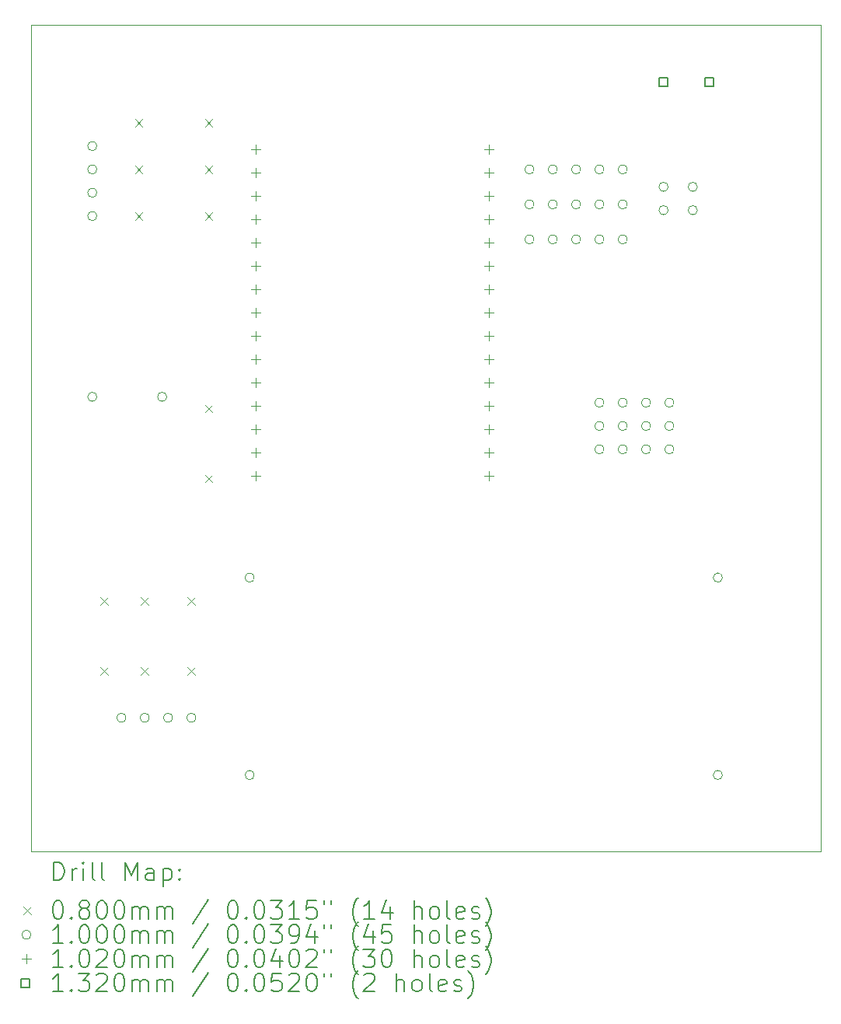
<source format=gbr>
%TF.GenerationSoftware,KiCad,Pcbnew,7.0.1*%
%TF.CreationDate,2024-01-15T22:42:35+05:30*%
%TF.ProjectId,hologlyph bot circuit,686f6c6f-676c-4797-9068-20626f742063,rev?*%
%TF.SameCoordinates,Original*%
%TF.FileFunction,Drillmap*%
%TF.FilePolarity,Positive*%
%FSLAX45Y45*%
G04 Gerber Fmt 4.5, Leading zero omitted, Abs format (unit mm)*
G04 Created by KiCad (PCBNEW 7.0.1) date 2024-01-15 22:42:35*
%MOMM*%
%LPD*%
G01*
G04 APERTURE LIST*
%ADD10C,0.100000*%
%ADD11C,0.200000*%
%ADD12C,0.080000*%
%ADD13C,0.102000*%
%ADD14C,0.132000*%
G04 APERTURE END LIST*
D10*
X8291000Y-4013000D02*
X16891000Y-4013000D01*
X16891000Y-13013000D01*
X8291000Y-13013000D01*
X8291000Y-4013000D01*
D11*
D12*
X9043000Y-10247000D02*
X9123000Y-10327000D01*
X9123000Y-10247000D02*
X9043000Y-10327000D01*
X9043000Y-11009000D02*
X9123000Y-11089000D01*
X9123000Y-11009000D02*
X9043000Y-11089000D01*
X9421500Y-5040000D02*
X9501500Y-5120000D01*
X9501500Y-5040000D02*
X9421500Y-5120000D01*
X9421500Y-5548000D02*
X9501500Y-5628000D01*
X9501500Y-5548000D02*
X9421500Y-5628000D01*
X9421500Y-6056000D02*
X9501500Y-6136000D01*
X9501500Y-6056000D02*
X9421500Y-6136000D01*
X9485000Y-10247000D02*
X9565000Y-10327000D01*
X9565000Y-10247000D02*
X9485000Y-10327000D01*
X9485000Y-11009000D02*
X9565000Y-11089000D01*
X9565000Y-11009000D02*
X9485000Y-11089000D01*
X9993000Y-10247000D02*
X10073000Y-10327000D01*
X10073000Y-10247000D02*
X9993000Y-10327000D01*
X9993000Y-11009000D02*
X10073000Y-11089000D01*
X10073000Y-11009000D02*
X9993000Y-11089000D01*
X10183500Y-5040000D02*
X10263500Y-5120000D01*
X10263500Y-5040000D02*
X10183500Y-5120000D01*
X10183500Y-5548000D02*
X10263500Y-5628000D01*
X10263500Y-5548000D02*
X10183500Y-5628000D01*
X10183500Y-6056000D02*
X10263500Y-6136000D01*
X10263500Y-6056000D02*
X10183500Y-6136000D01*
X10183500Y-8151500D02*
X10263500Y-8231500D01*
X10263500Y-8151500D02*
X10183500Y-8231500D01*
X10183500Y-8913500D02*
X10263500Y-8993500D01*
X10263500Y-8913500D02*
X10183500Y-8993500D01*
D10*
X9003500Y-5334000D02*
G75*
G03*
X9003500Y-5334000I-50000J0D01*
G01*
X9003500Y-5588000D02*
G75*
G03*
X9003500Y-5588000I-50000J0D01*
G01*
X9003500Y-5842000D02*
G75*
G03*
X9003500Y-5842000I-50000J0D01*
G01*
X9003500Y-6096000D02*
G75*
G03*
X9003500Y-6096000I-50000J0D01*
G01*
X9004500Y-8064500D02*
G75*
G03*
X9004500Y-8064500I-50000J0D01*
G01*
X9321000Y-11559500D02*
G75*
G03*
X9321000Y-11559500I-50000J0D01*
G01*
X9575000Y-11559500D02*
G75*
G03*
X9575000Y-11559500I-50000J0D01*
G01*
X9764500Y-8064500D02*
G75*
G03*
X9764500Y-8064500I-50000J0D01*
G01*
X9829000Y-11559500D02*
G75*
G03*
X9829000Y-11559500I-50000J0D01*
G01*
X10083000Y-11559500D02*
G75*
G03*
X10083000Y-11559500I-50000J0D01*
G01*
X10718000Y-10033000D02*
G75*
G03*
X10718000Y-10033000I-50000J0D01*
G01*
X10718000Y-12183000D02*
G75*
G03*
X10718000Y-12183000I-50000J0D01*
G01*
X13766000Y-5588000D02*
G75*
G03*
X13766000Y-5588000I-50000J0D01*
G01*
X13766000Y-5969000D02*
G75*
G03*
X13766000Y-5969000I-50000J0D01*
G01*
X13766000Y-6350000D02*
G75*
G03*
X13766000Y-6350000I-50000J0D01*
G01*
X14020000Y-5588000D02*
G75*
G03*
X14020000Y-5588000I-50000J0D01*
G01*
X14020000Y-5969000D02*
G75*
G03*
X14020000Y-5969000I-50000J0D01*
G01*
X14020000Y-6350000D02*
G75*
G03*
X14020000Y-6350000I-50000J0D01*
G01*
X14274000Y-5588000D02*
G75*
G03*
X14274000Y-5588000I-50000J0D01*
G01*
X14274000Y-5969000D02*
G75*
G03*
X14274000Y-5969000I-50000J0D01*
G01*
X14274000Y-6350000D02*
G75*
G03*
X14274000Y-6350000I-50000J0D01*
G01*
X14528000Y-5588000D02*
G75*
G03*
X14528000Y-5588000I-50000J0D01*
G01*
X14528000Y-5969000D02*
G75*
G03*
X14528000Y-5969000I-50000J0D01*
G01*
X14528000Y-6350000D02*
G75*
G03*
X14528000Y-6350000I-50000J0D01*
G01*
X14528000Y-8128000D02*
G75*
G03*
X14528000Y-8128000I-50000J0D01*
G01*
X14528000Y-8382000D02*
G75*
G03*
X14528000Y-8382000I-50000J0D01*
G01*
X14528000Y-8636000D02*
G75*
G03*
X14528000Y-8636000I-50000J0D01*
G01*
X14782000Y-5588000D02*
G75*
G03*
X14782000Y-5588000I-50000J0D01*
G01*
X14782000Y-5969000D02*
G75*
G03*
X14782000Y-5969000I-50000J0D01*
G01*
X14782000Y-6350000D02*
G75*
G03*
X14782000Y-6350000I-50000J0D01*
G01*
X14782000Y-8128000D02*
G75*
G03*
X14782000Y-8128000I-50000J0D01*
G01*
X14782000Y-8382000D02*
G75*
G03*
X14782000Y-8382000I-50000J0D01*
G01*
X14782000Y-8636000D02*
G75*
G03*
X14782000Y-8636000I-50000J0D01*
G01*
X15036000Y-8128000D02*
G75*
G03*
X15036000Y-8128000I-50000J0D01*
G01*
X15036000Y-8382000D02*
G75*
G03*
X15036000Y-8382000I-50000J0D01*
G01*
X15036000Y-8636000D02*
G75*
G03*
X15036000Y-8636000I-50000J0D01*
G01*
X15226500Y-5778500D02*
G75*
G03*
X15226500Y-5778500I-50000J0D01*
G01*
X15226500Y-6032500D02*
G75*
G03*
X15226500Y-6032500I-50000J0D01*
G01*
X15290000Y-8128000D02*
G75*
G03*
X15290000Y-8128000I-50000J0D01*
G01*
X15290000Y-8382000D02*
G75*
G03*
X15290000Y-8382000I-50000J0D01*
G01*
X15290000Y-8636000D02*
G75*
G03*
X15290000Y-8636000I-50000J0D01*
G01*
X15544000Y-5778500D02*
G75*
G03*
X15544000Y-5778500I-50000J0D01*
G01*
X15544000Y-6032500D02*
G75*
G03*
X15544000Y-6032500I-50000J0D01*
G01*
X15818000Y-10033000D02*
G75*
G03*
X15818000Y-10033000I-50000J0D01*
G01*
X15818000Y-12183000D02*
G75*
G03*
X15818000Y-12183000I-50000J0D01*
G01*
D13*
X10731500Y-5319000D02*
X10731500Y-5421000D01*
X10680500Y-5370000D02*
X10782500Y-5370000D01*
X10731500Y-5573000D02*
X10731500Y-5675000D01*
X10680500Y-5624000D02*
X10782500Y-5624000D01*
X10731500Y-5827000D02*
X10731500Y-5929000D01*
X10680500Y-5878000D02*
X10782500Y-5878000D01*
X10731500Y-6081000D02*
X10731500Y-6183000D01*
X10680500Y-6132000D02*
X10782500Y-6132000D01*
X10731500Y-6335000D02*
X10731500Y-6437000D01*
X10680500Y-6386000D02*
X10782500Y-6386000D01*
X10731500Y-6589000D02*
X10731500Y-6691000D01*
X10680500Y-6640000D02*
X10782500Y-6640000D01*
X10731500Y-6843000D02*
X10731500Y-6945000D01*
X10680500Y-6894000D02*
X10782500Y-6894000D01*
X10731500Y-7097000D02*
X10731500Y-7199000D01*
X10680500Y-7148000D02*
X10782500Y-7148000D01*
X10731500Y-7351000D02*
X10731500Y-7453000D01*
X10680500Y-7402000D02*
X10782500Y-7402000D01*
X10731500Y-7605000D02*
X10731500Y-7707000D01*
X10680500Y-7656000D02*
X10782500Y-7656000D01*
X10731500Y-7859000D02*
X10731500Y-7961000D01*
X10680500Y-7910000D02*
X10782500Y-7910000D01*
X10731500Y-8113000D02*
X10731500Y-8215000D01*
X10680500Y-8164000D02*
X10782500Y-8164000D01*
X10731500Y-8367000D02*
X10731500Y-8469000D01*
X10680500Y-8418000D02*
X10782500Y-8418000D01*
X10731500Y-8621000D02*
X10731500Y-8723000D01*
X10680500Y-8672000D02*
X10782500Y-8672000D01*
X10731500Y-8875000D02*
X10731500Y-8977000D01*
X10680500Y-8926000D02*
X10782500Y-8926000D01*
X13271500Y-5319000D02*
X13271500Y-5421000D01*
X13220500Y-5370000D02*
X13322500Y-5370000D01*
X13271500Y-5573000D02*
X13271500Y-5675000D01*
X13220500Y-5624000D02*
X13322500Y-5624000D01*
X13271500Y-5827000D02*
X13271500Y-5929000D01*
X13220500Y-5878000D02*
X13322500Y-5878000D01*
X13271500Y-6081000D02*
X13271500Y-6183000D01*
X13220500Y-6132000D02*
X13322500Y-6132000D01*
X13271500Y-6335000D02*
X13271500Y-6437000D01*
X13220500Y-6386000D02*
X13322500Y-6386000D01*
X13271500Y-6589000D02*
X13271500Y-6691000D01*
X13220500Y-6640000D02*
X13322500Y-6640000D01*
X13271500Y-6843000D02*
X13271500Y-6945000D01*
X13220500Y-6894000D02*
X13322500Y-6894000D01*
X13271500Y-7097000D02*
X13271500Y-7199000D01*
X13220500Y-7148000D02*
X13322500Y-7148000D01*
X13271500Y-7351000D02*
X13271500Y-7453000D01*
X13220500Y-7402000D02*
X13322500Y-7402000D01*
X13271500Y-7605000D02*
X13271500Y-7707000D01*
X13220500Y-7656000D02*
X13322500Y-7656000D01*
X13271500Y-7859000D02*
X13271500Y-7961000D01*
X13220500Y-7910000D02*
X13322500Y-7910000D01*
X13271500Y-8113000D02*
X13271500Y-8215000D01*
X13220500Y-8164000D02*
X13322500Y-8164000D01*
X13271500Y-8367000D02*
X13271500Y-8469000D01*
X13220500Y-8418000D02*
X13322500Y-8418000D01*
X13271500Y-8621000D02*
X13271500Y-8723000D01*
X13220500Y-8672000D02*
X13322500Y-8672000D01*
X13271500Y-8875000D02*
X13271500Y-8977000D01*
X13220500Y-8926000D02*
X13322500Y-8926000D01*
D14*
X15223169Y-4682170D02*
X15223169Y-4588831D01*
X15129830Y-4588831D01*
X15129830Y-4682170D01*
X15223169Y-4682170D01*
X15723169Y-4682170D02*
X15723169Y-4588831D01*
X15629830Y-4588831D01*
X15629830Y-4682170D01*
X15723169Y-4682170D01*
D11*
X8533619Y-13330524D02*
X8533619Y-13130524D01*
X8533619Y-13130524D02*
X8581238Y-13130524D01*
X8581238Y-13130524D02*
X8609810Y-13140048D01*
X8609810Y-13140048D02*
X8628857Y-13159095D01*
X8628857Y-13159095D02*
X8638381Y-13178143D01*
X8638381Y-13178143D02*
X8647905Y-13216238D01*
X8647905Y-13216238D02*
X8647905Y-13244809D01*
X8647905Y-13244809D02*
X8638381Y-13282905D01*
X8638381Y-13282905D02*
X8628857Y-13301952D01*
X8628857Y-13301952D02*
X8609810Y-13321000D01*
X8609810Y-13321000D02*
X8581238Y-13330524D01*
X8581238Y-13330524D02*
X8533619Y-13330524D01*
X8733619Y-13330524D02*
X8733619Y-13197190D01*
X8733619Y-13235286D02*
X8743143Y-13216238D01*
X8743143Y-13216238D02*
X8752667Y-13206714D01*
X8752667Y-13206714D02*
X8771714Y-13197190D01*
X8771714Y-13197190D02*
X8790762Y-13197190D01*
X8857429Y-13330524D02*
X8857429Y-13197190D01*
X8857429Y-13130524D02*
X8847905Y-13140048D01*
X8847905Y-13140048D02*
X8857429Y-13149571D01*
X8857429Y-13149571D02*
X8866952Y-13140048D01*
X8866952Y-13140048D02*
X8857429Y-13130524D01*
X8857429Y-13130524D02*
X8857429Y-13149571D01*
X8981238Y-13330524D02*
X8962190Y-13321000D01*
X8962190Y-13321000D02*
X8952667Y-13301952D01*
X8952667Y-13301952D02*
X8952667Y-13130524D01*
X9086000Y-13330524D02*
X9066952Y-13321000D01*
X9066952Y-13321000D02*
X9057429Y-13301952D01*
X9057429Y-13301952D02*
X9057429Y-13130524D01*
X9314571Y-13330524D02*
X9314571Y-13130524D01*
X9314571Y-13130524D02*
X9381238Y-13273381D01*
X9381238Y-13273381D02*
X9447905Y-13130524D01*
X9447905Y-13130524D02*
X9447905Y-13330524D01*
X9628857Y-13330524D02*
X9628857Y-13225762D01*
X9628857Y-13225762D02*
X9619333Y-13206714D01*
X9619333Y-13206714D02*
X9600286Y-13197190D01*
X9600286Y-13197190D02*
X9562190Y-13197190D01*
X9562190Y-13197190D02*
X9543143Y-13206714D01*
X9628857Y-13321000D02*
X9609810Y-13330524D01*
X9609810Y-13330524D02*
X9562190Y-13330524D01*
X9562190Y-13330524D02*
X9543143Y-13321000D01*
X9543143Y-13321000D02*
X9533619Y-13301952D01*
X9533619Y-13301952D02*
X9533619Y-13282905D01*
X9533619Y-13282905D02*
X9543143Y-13263857D01*
X9543143Y-13263857D02*
X9562190Y-13254333D01*
X9562190Y-13254333D02*
X9609810Y-13254333D01*
X9609810Y-13254333D02*
X9628857Y-13244809D01*
X9724095Y-13197190D02*
X9724095Y-13397190D01*
X9724095Y-13206714D02*
X9743143Y-13197190D01*
X9743143Y-13197190D02*
X9781238Y-13197190D01*
X9781238Y-13197190D02*
X9800286Y-13206714D01*
X9800286Y-13206714D02*
X9809810Y-13216238D01*
X9809810Y-13216238D02*
X9819333Y-13235286D01*
X9819333Y-13235286D02*
X9819333Y-13292428D01*
X9819333Y-13292428D02*
X9809810Y-13311476D01*
X9809810Y-13311476D02*
X9800286Y-13321000D01*
X9800286Y-13321000D02*
X9781238Y-13330524D01*
X9781238Y-13330524D02*
X9743143Y-13330524D01*
X9743143Y-13330524D02*
X9724095Y-13321000D01*
X9905048Y-13311476D02*
X9914571Y-13321000D01*
X9914571Y-13321000D02*
X9905048Y-13330524D01*
X9905048Y-13330524D02*
X9895524Y-13321000D01*
X9895524Y-13321000D02*
X9905048Y-13311476D01*
X9905048Y-13311476D02*
X9905048Y-13330524D01*
X9905048Y-13206714D02*
X9914571Y-13216238D01*
X9914571Y-13216238D02*
X9905048Y-13225762D01*
X9905048Y-13225762D02*
X9895524Y-13216238D01*
X9895524Y-13216238D02*
X9905048Y-13206714D01*
X9905048Y-13206714D02*
X9905048Y-13225762D01*
D12*
X8206000Y-13618000D02*
X8286000Y-13698000D01*
X8286000Y-13618000D02*
X8206000Y-13698000D01*
D11*
X8571714Y-13550524D02*
X8590762Y-13550524D01*
X8590762Y-13550524D02*
X8609810Y-13560048D01*
X8609810Y-13560048D02*
X8619333Y-13569571D01*
X8619333Y-13569571D02*
X8628857Y-13588619D01*
X8628857Y-13588619D02*
X8638381Y-13626714D01*
X8638381Y-13626714D02*
X8638381Y-13674333D01*
X8638381Y-13674333D02*
X8628857Y-13712428D01*
X8628857Y-13712428D02*
X8619333Y-13731476D01*
X8619333Y-13731476D02*
X8609810Y-13741000D01*
X8609810Y-13741000D02*
X8590762Y-13750524D01*
X8590762Y-13750524D02*
X8571714Y-13750524D01*
X8571714Y-13750524D02*
X8552667Y-13741000D01*
X8552667Y-13741000D02*
X8543143Y-13731476D01*
X8543143Y-13731476D02*
X8533619Y-13712428D01*
X8533619Y-13712428D02*
X8524095Y-13674333D01*
X8524095Y-13674333D02*
X8524095Y-13626714D01*
X8524095Y-13626714D02*
X8533619Y-13588619D01*
X8533619Y-13588619D02*
X8543143Y-13569571D01*
X8543143Y-13569571D02*
X8552667Y-13560048D01*
X8552667Y-13560048D02*
X8571714Y-13550524D01*
X8724095Y-13731476D02*
X8733619Y-13741000D01*
X8733619Y-13741000D02*
X8724095Y-13750524D01*
X8724095Y-13750524D02*
X8714571Y-13741000D01*
X8714571Y-13741000D02*
X8724095Y-13731476D01*
X8724095Y-13731476D02*
X8724095Y-13750524D01*
X8847905Y-13636238D02*
X8828857Y-13626714D01*
X8828857Y-13626714D02*
X8819333Y-13617190D01*
X8819333Y-13617190D02*
X8809810Y-13598143D01*
X8809810Y-13598143D02*
X8809810Y-13588619D01*
X8809810Y-13588619D02*
X8819333Y-13569571D01*
X8819333Y-13569571D02*
X8828857Y-13560048D01*
X8828857Y-13560048D02*
X8847905Y-13550524D01*
X8847905Y-13550524D02*
X8886000Y-13550524D01*
X8886000Y-13550524D02*
X8905048Y-13560048D01*
X8905048Y-13560048D02*
X8914571Y-13569571D01*
X8914571Y-13569571D02*
X8924095Y-13588619D01*
X8924095Y-13588619D02*
X8924095Y-13598143D01*
X8924095Y-13598143D02*
X8914571Y-13617190D01*
X8914571Y-13617190D02*
X8905048Y-13626714D01*
X8905048Y-13626714D02*
X8886000Y-13636238D01*
X8886000Y-13636238D02*
X8847905Y-13636238D01*
X8847905Y-13636238D02*
X8828857Y-13645762D01*
X8828857Y-13645762D02*
X8819333Y-13655286D01*
X8819333Y-13655286D02*
X8809810Y-13674333D01*
X8809810Y-13674333D02*
X8809810Y-13712428D01*
X8809810Y-13712428D02*
X8819333Y-13731476D01*
X8819333Y-13731476D02*
X8828857Y-13741000D01*
X8828857Y-13741000D02*
X8847905Y-13750524D01*
X8847905Y-13750524D02*
X8886000Y-13750524D01*
X8886000Y-13750524D02*
X8905048Y-13741000D01*
X8905048Y-13741000D02*
X8914571Y-13731476D01*
X8914571Y-13731476D02*
X8924095Y-13712428D01*
X8924095Y-13712428D02*
X8924095Y-13674333D01*
X8924095Y-13674333D02*
X8914571Y-13655286D01*
X8914571Y-13655286D02*
X8905048Y-13645762D01*
X8905048Y-13645762D02*
X8886000Y-13636238D01*
X9047905Y-13550524D02*
X9066952Y-13550524D01*
X9066952Y-13550524D02*
X9086000Y-13560048D01*
X9086000Y-13560048D02*
X9095524Y-13569571D01*
X9095524Y-13569571D02*
X9105048Y-13588619D01*
X9105048Y-13588619D02*
X9114571Y-13626714D01*
X9114571Y-13626714D02*
X9114571Y-13674333D01*
X9114571Y-13674333D02*
X9105048Y-13712428D01*
X9105048Y-13712428D02*
X9095524Y-13731476D01*
X9095524Y-13731476D02*
X9086000Y-13741000D01*
X9086000Y-13741000D02*
X9066952Y-13750524D01*
X9066952Y-13750524D02*
X9047905Y-13750524D01*
X9047905Y-13750524D02*
X9028857Y-13741000D01*
X9028857Y-13741000D02*
X9019333Y-13731476D01*
X9019333Y-13731476D02*
X9009810Y-13712428D01*
X9009810Y-13712428D02*
X9000286Y-13674333D01*
X9000286Y-13674333D02*
X9000286Y-13626714D01*
X9000286Y-13626714D02*
X9009810Y-13588619D01*
X9009810Y-13588619D02*
X9019333Y-13569571D01*
X9019333Y-13569571D02*
X9028857Y-13560048D01*
X9028857Y-13560048D02*
X9047905Y-13550524D01*
X9238381Y-13550524D02*
X9257429Y-13550524D01*
X9257429Y-13550524D02*
X9276476Y-13560048D01*
X9276476Y-13560048D02*
X9286000Y-13569571D01*
X9286000Y-13569571D02*
X9295524Y-13588619D01*
X9295524Y-13588619D02*
X9305048Y-13626714D01*
X9305048Y-13626714D02*
X9305048Y-13674333D01*
X9305048Y-13674333D02*
X9295524Y-13712428D01*
X9295524Y-13712428D02*
X9286000Y-13731476D01*
X9286000Y-13731476D02*
X9276476Y-13741000D01*
X9276476Y-13741000D02*
X9257429Y-13750524D01*
X9257429Y-13750524D02*
X9238381Y-13750524D01*
X9238381Y-13750524D02*
X9219333Y-13741000D01*
X9219333Y-13741000D02*
X9209810Y-13731476D01*
X9209810Y-13731476D02*
X9200286Y-13712428D01*
X9200286Y-13712428D02*
X9190762Y-13674333D01*
X9190762Y-13674333D02*
X9190762Y-13626714D01*
X9190762Y-13626714D02*
X9200286Y-13588619D01*
X9200286Y-13588619D02*
X9209810Y-13569571D01*
X9209810Y-13569571D02*
X9219333Y-13560048D01*
X9219333Y-13560048D02*
X9238381Y-13550524D01*
X9390762Y-13750524D02*
X9390762Y-13617190D01*
X9390762Y-13636238D02*
X9400286Y-13626714D01*
X9400286Y-13626714D02*
X9419333Y-13617190D01*
X9419333Y-13617190D02*
X9447905Y-13617190D01*
X9447905Y-13617190D02*
X9466952Y-13626714D01*
X9466952Y-13626714D02*
X9476476Y-13645762D01*
X9476476Y-13645762D02*
X9476476Y-13750524D01*
X9476476Y-13645762D02*
X9486000Y-13626714D01*
X9486000Y-13626714D02*
X9505048Y-13617190D01*
X9505048Y-13617190D02*
X9533619Y-13617190D01*
X9533619Y-13617190D02*
X9552667Y-13626714D01*
X9552667Y-13626714D02*
X9562191Y-13645762D01*
X9562191Y-13645762D02*
X9562191Y-13750524D01*
X9657429Y-13750524D02*
X9657429Y-13617190D01*
X9657429Y-13636238D02*
X9666952Y-13626714D01*
X9666952Y-13626714D02*
X9686000Y-13617190D01*
X9686000Y-13617190D02*
X9714572Y-13617190D01*
X9714572Y-13617190D02*
X9733619Y-13626714D01*
X9733619Y-13626714D02*
X9743143Y-13645762D01*
X9743143Y-13645762D02*
X9743143Y-13750524D01*
X9743143Y-13645762D02*
X9752667Y-13626714D01*
X9752667Y-13626714D02*
X9771714Y-13617190D01*
X9771714Y-13617190D02*
X9800286Y-13617190D01*
X9800286Y-13617190D02*
X9819333Y-13626714D01*
X9819333Y-13626714D02*
X9828857Y-13645762D01*
X9828857Y-13645762D02*
X9828857Y-13750524D01*
X10219333Y-13541000D02*
X10047905Y-13798143D01*
X10476476Y-13550524D02*
X10495524Y-13550524D01*
X10495524Y-13550524D02*
X10514572Y-13560048D01*
X10514572Y-13560048D02*
X10524095Y-13569571D01*
X10524095Y-13569571D02*
X10533619Y-13588619D01*
X10533619Y-13588619D02*
X10543143Y-13626714D01*
X10543143Y-13626714D02*
X10543143Y-13674333D01*
X10543143Y-13674333D02*
X10533619Y-13712428D01*
X10533619Y-13712428D02*
X10524095Y-13731476D01*
X10524095Y-13731476D02*
X10514572Y-13741000D01*
X10514572Y-13741000D02*
X10495524Y-13750524D01*
X10495524Y-13750524D02*
X10476476Y-13750524D01*
X10476476Y-13750524D02*
X10457429Y-13741000D01*
X10457429Y-13741000D02*
X10447905Y-13731476D01*
X10447905Y-13731476D02*
X10438381Y-13712428D01*
X10438381Y-13712428D02*
X10428857Y-13674333D01*
X10428857Y-13674333D02*
X10428857Y-13626714D01*
X10428857Y-13626714D02*
X10438381Y-13588619D01*
X10438381Y-13588619D02*
X10447905Y-13569571D01*
X10447905Y-13569571D02*
X10457429Y-13560048D01*
X10457429Y-13560048D02*
X10476476Y-13550524D01*
X10628857Y-13731476D02*
X10638381Y-13741000D01*
X10638381Y-13741000D02*
X10628857Y-13750524D01*
X10628857Y-13750524D02*
X10619334Y-13741000D01*
X10619334Y-13741000D02*
X10628857Y-13731476D01*
X10628857Y-13731476D02*
X10628857Y-13750524D01*
X10762191Y-13550524D02*
X10781238Y-13550524D01*
X10781238Y-13550524D02*
X10800286Y-13560048D01*
X10800286Y-13560048D02*
X10809810Y-13569571D01*
X10809810Y-13569571D02*
X10819334Y-13588619D01*
X10819334Y-13588619D02*
X10828857Y-13626714D01*
X10828857Y-13626714D02*
X10828857Y-13674333D01*
X10828857Y-13674333D02*
X10819334Y-13712428D01*
X10819334Y-13712428D02*
X10809810Y-13731476D01*
X10809810Y-13731476D02*
X10800286Y-13741000D01*
X10800286Y-13741000D02*
X10781238Y-13750524D01*
X10781238Y-13750524D02*
X10762191Y-13750524D01*
X10762191Y-13750524D02*
X10743143Y-13741000D01*
X10743143Y-13741000D02*
X10733619Y-13731476D01*
X10733619Y-13731476D02*
X10724095Y-13712428D01*
X10724095Y-13712428D02*
X10714572Y-13674333D01*
X10714572Y-13674333D02*
X10714572Y-13626714D01*
X10714572Y-13626714D02*
X10724095Y-13588619D01*
X10724095Y-13588619D02*
X10733619Y-13569571D01*
X10733619Y-13569571D02*
X10743143Y-13560048D01*
X10743143Y-13560048D02*
X10762191Y-13550524D01*
X10895524Y-13550524D02*
X11019334Y-13550524D01*
X11019334Y-13550524D02*
X10952667Y-13626714D01*
X10952667Y-13626714D02*
X10981238Y-13626714D01*
X10981238Y-13626714D02*
X11000286Y-13636238D01*
X11000286Y-13636238D02*
X11009810Y-13645762D01*
X11009810Y-13645762D02*
X11019334Y-13664809D01*
X11019334Y-13664809D02*
X11019334Y-13712428D01*
X11019334Y-13712428D02*
X11009810Y-13731476D01*
X11009810Y-13731476D02*
X11000286Y-13741000D01*
X11000286Y-13741000D02*
X10981238Y-13750524D01*
X10981238Y-13750524D02*
X10924095Y-13750524D01*
X10924095Y-13750524D02*
X10905048Y-13741000D01*
X10905048Y-13741000D02*
X10895524Y-13731476D01*
X11209810Y-13750524D02*
X11095524Y-13750524D01*
X11152667Y-13750524D02*
X11152667Y-13550524D01*
X11152667Y-13550524D02*
X11133619Y-13579095D01*
X11133619Y-13579095D02*
X11114572Y-13598143D01*
X11114572Y-13598143D02*
X11095524Y-13607667D01*
X11390762Y-13550524D02*
X11295524Y-13550524D01*
X11295524Y-13550524D02*
X11286000Y-13645762D01*
X11286000Y-13645762D02*
X11295524Y-13636238D01*
X11295524Y-13636238D02*
X11314572Y-13626714D01*
X11314572Y-13626714D02*
X11362191Y-13626714D01*
X11362191Y-13626714D02*
X11381238Y-13636238D01*
X11381238Y-13636238D02*
X11390762Y-13645762D01*
X11390762Y-13645762D02*
X11400286Y-13664809D01*
X11400286Y-13664809D02*
X11400286Y-13712428D01*
X11400286Y-13712428D02*
X11390762Y-13731476D01*
X11390762Y-13731476D02*
X11381238Y-13741000D01*
X11381238Y-13741000D02*
X11362191Y-13750524D01*
X11362191Y-13750524D02*
X11314572Y-13750524D01*
X11314572Y-13750524D02*
X11295524Y-13741000D01*
X11295524Y-13741000D02*
X11286000Y-13731476D01*
X11476476Y-13550524D02*
X11476476Y-13588619D01*
X11552667Y-13550524D02*
X11552667Y-13588619D01*
X11847905Y-13826714D02*
X11838381Y-13817190D01*
X11838381Y-13817190D02*
X11819334Y-13788619D01*
X11819334Y-13788619D02*
X11809810Y-13769571D01*
X11809810Y-13769571D02*
X11800286Y-13741000D01*
X11800286Y-13741000D02*
X11790762Y-13693381D01*
X11790762Y-13693381D02*
X11790762Y-13655286D01*
X11790762Y-13655286D02*
X11800286Y-13607667D01*
X11800286Y-13607667D02*
X11809810Y-13579095D01*
X11809810Y-13579095D02*
X11819334Y-13560048D01*
X11819334Y-13560048D02*
X11838381Y-13531476D01*
X11838381Y-13531476D02*
X11847905Y-13521952D01*
X12028857Y-13750524D02*
X11914572Y-13750524D01*
X11971714Y-13750524D02*
X11971714Y-13550524D01*
X11971714Y-13550524D02*
X11952667Y-13579095D01*
X11952667Y-13579095D02*
X11933619Y-13598143D01*
X11933619Y-13598143D02*
X11914572Y-13607667D01*
X12200286Y-13617190D02*
X12200286Y-13750524D01*
X12152667Y-13541000D02*
X12105048Y-13683857D01*
X12105048Y-13683857D02*
X12228857Y-13683857D01*
X12457429Y-13750524D02*
X12457429Y-13550524D01*
X12543143Y-13750524D02*
X12543143Y-13645762D01*
X12543143Y-13645762D02*
X12533619Y-13626714D01*
X12533619Y-13626714D02*
X12514572Y-13617190D01*
X12514572Y-13617190D02*
X12486000Y-13617190D01*
X12486000Y-13617190D02*
X12466953Y-13626714D01*
X12466953Y-13626714D02*
X12457429Y-13636238D01*
X12666953Y-13750524D02*
X12647905Y-13741000D01*
X12647905Y-13741000D02*
X12638381Y-13731476D01*
X12638381Y-13731476D02*
X12628857Y-13712428D01*
X12628857Y-13712428D02*
X12628857Y-13655286D01*
X12628857Y-13655286D02*
X12638381Y-13636238D01*
X12638381Y-13636238D02*
X12647905Y-13626714D01*
X12647905Y-13626714D02*
X12666953Y-13617190D01*
X12666953Y-13617190D02*
X12695524Y-13617190D01*
X12695524Y-13617190D02*
X12714572Y-13626714D01*
X12714572Y-13626714D02*
X12724096Y-13636238D01*
X12724096Y-13636238D02*
X12733619Y-13655286D01*
X12733619Y-13655286D02*
X12733619Y-13712428D01*
X12733619Y-13712428D02*
X12724096Y-13731476D01*
X12724096Y-13731476D02*
X12714572Y-13741000D01*
X12714572Y-13741000D02*
X12695524Y-13750524D01*
X12695524Y-13750524D02*
X12666953Y-13750524D01*
X12847905Y-13750524D02*
X12828857Y-13741000D01*
X12828857Y-13741000D02*
X12819334Y-13721952D01*
X12819334Y-13721952D02*
X12819334Y-13550524D01*
X13000286Y-13741000D02*
X12981238Y-13750524D01*
X12981238Y-13750524D02*
X12943143Y-13750524D01*
X12943143Y-13750524D02*
X12924096Y-13741000D01*
X12924096Y-13741000D02*
X12914572Y-13721952D01*
X12914572Y-13721952D02*
X12914572Y-13645762D01*
X12914572Y-13645762D02*
X12924096Y-13626714D01*
X12924096Y-13626714D02*
X12943143Y-13617190D01*
X12943143Y-13617190D02*
X12981238Y-13617190D01*
X12981238Y-13617190D02*
X13000286Y-13626714D01*
X13000286Y-13626714D02*
X13009810Y-13645762D01*
X13009810Y-13645762D02*
X13009810Y-13664809D01*
X13009810Y-13664809D02*
X12914572Y-13683857D01*
X13086000Y-13741000D02*
X13105048Y-13750524D01*
X13105048Y-13750524D02*
X13143143Y-13750524D01*
X13143143Y-13750524D02*
X13162191Y-13741000D01*
X13162191Y-13741000D02*
X13171715Y-13721952D01*
X13171715Y-13721952D02*
X13171715Y-13712428D01*
X13171715Y-13712428D02*
X13162191Y-13693381D01*
X13162191Y-13693381D02*
X13143143Y-13683857D01*
X13143143Y-13683857D02*
X13114572Y-13683857D01*
X13114572Y-13683857D02*
X13095524Y-13674333D01*
X13095524Y-13674333D02*
X13086000Y-13655286D01*
X13086000Y-13655286D02*
X13086000Y-13645762D01*
X13086000Y-13645762D02*
X13095524Y-13626714D01*
X13095524Y-13626714D02*
X13114572Y-13617190D01*
X13114572Y-13617190D02*
X13143143Y-13617190D01*
X13143143Y-13617190D02*
X13162191Y-13626714D01*
X13238381Y-13826714D02*
X13247905Y-13817190D01*
X13247905Y-13817190D02*
X13266953Y-13788619D01*
X13266953Y-13788619D02*
X13276477Y-13769571D01*
X13276477Y-13769571D02*
X13286000Y-13741000D01*
X13286000Y-13741000D02*
X13295524Y-13693381D01*
X13295524Y-13693381D02*
X13295524Y-13655286D01*
X13295524Y-13655286D02*
X13286000Y-13607667D01*
X13286000Y-13607667D02*
X13276477Y-13579095D01*
X13276477Y-13579095D02*
X13266953Y-13560048D01*
X13266953Y-13560048D02*
X13247905Y-13531476D01*
X13247905Y-13531476D02*
X13238381Y-13521952D01*
D10*
X8286000Y-13922000D02*
G75*
G03*
X8286000Y-13922000I-50000J0D01*
G01*
D11*
X8638381Y-14014524D02*
X8524095Y-14014524D01*
X8581238Y-14014524D02*
X8581238Y-13814524D01*
X8581238Y-13814524D02*
X8562190Y-13843095D01*
X8562190Y-13843095D02*
X8543143Y-13862143D01*
X8543143Y-13862143D02*
X8524095Y-13871667D01*
X8724095Y-13995476D02*
X8733619Y-14005000D01*
X8733619Y-14005000D02*
X8724095Y-14014524D01*
X8724095Y-14014524D02*
X8714571Y-14005000D01*
X8714571Y-14005000D02*
X8724095Y-13995476D01*
X8724095Y-13995476D02*
X8724095Y-14014524D01*
X8857429Y-13814524D02*
X8876476Y-13814524D01*
X8876476Y-13814524D02*
X8895524Y-13824048D01*
X8895524Y-13824048D02*
X8905048Y-13833571D01*
X8905048Y-13833571D02*
X8914571Y-13852619D01*
X8914571Y-13852619D02*
X8924095Y-13890714D01*
X8924095Y-13890714D02*
X8924095Y-13938333D01*
X8924095Y-13938333D02*
X8914571Y-13976428D01*
X8914571Y-13976428D02*
X8905048Y-13995476D01*
X8905048Y-13995476D02*
X8895524Y-14005000D01*
X8895524Y-14005000D02*
X8876476Y-14014524D01*
X8876476Y-14014524D02*
X8857429Y-14014524D01*
X8857429Y-14014524D02*
X8838381Y-14005000D01*
X8838381Y-14005000D02*
X8828857Y-13995476D01*
X8828857Y-13995476D02*
X8819333Y-13976428D01*
X8819333Y-13976428D02*
X8809810Y-13938333D01*
X8809810Y-13938333D02*
X8809810Y-13890714D01*
X8809810Y-13890714D02*
X8819333Y-13852619D01*
X8819333Y-13852619D02*
X8828857Y-13833571D01*
X8828857Y-13833571D02*
X8838381Y-13824048D01*
X8838381Y-13824048D02*
X8857429Y-13814524D01*
X9047905Y-13814524D02*
X9066952Y-13814524D01*
X9066952Y-13814524D02*
X9086000Y-13824048D01*
X9086000Y-13824048D02*
X9095524Y-13833571D01*
X9095524Y-13833571D02*
X9105048Y-13852619D01*
X9105048Y-13852619D02*
X9114571Y-13890714D01*
X9114571Y-13890714D02*
X9114571Y-13938333D01*
X9114571Y-13938333D02*
X9105048Y-13976428D01*
X9105048Y-13976428D02*
X9095524Y-13995476D01*
X9095524Y-13995476D02*
X9086000Y-14005000D01*
X9086000Y-14005000D02*
X9066952Y-14014524D01*
X9066952Y-14014524D02*
X9047905Y-14014524D01*
X9047905Y-14014524D02*
X9028857Y-14005000D01*
X9028857Y-14005000D02*
X9019333Y-13995476D01*
X9019333Y-13995476D02*
X9009810Y-13976428D01*
X9009810Y-13976428D02*
X9000286Y-13938333D01*
X9000286Y-13938333D02*
X9000286Y-13890714D01*
X9000286Y-13890714D02*
X9009810Y-13852619D01*
X9009810Y-13852619D02*
X9019333Y-13833571D01*
X9019333Y-13833571D02*
X9028857Y-13824048D01*
X9028857Y-13824048D02*
X9047905Y-13814524D01*
X9238381Y-13814524D02*
X9257429Y-13814524D01*
X9257429Y-13814524D02*
X9276476Y-13824048D01*
X9276476Y-13824048D02*
X9286000Y-13833571D01*
X9286000Y-13833571D02*
X9295524Y-13852619D01*
X9295524Y-13852619D02*
X9305048Y-13890714D01*
X9305048Y-13890714D02*
X9305048Y-13938333D01*
X9305048Y-13938333D02*
X9295524Y-13976428D01*
X9295524Y-13976428D02*
X9286000Y-13995476D01*
X9286000Y-13995476D02*
X9276476Y-14005000D01*
X9276476Y-14005000D02*
X9257429Y-14014524D01*
X9257429Y-14014524D02*
X9238381Y-14014524D01*
X9238381Y-14014524D02*
X9219333Y-14005000D01*
X9219333Y-14005000D02*
X9209810Y-13995476D01*
X9209810Y-13995476D02*
X9200286Y-13976428D01*
X9200286Y-13976428D02*
X9190762Y-13938333D01*
X9190762Y-13938333D02*
X9190762Y-13890714D01*
X9190762Y-13890714D02*
X9200286Y-13852619D01*
X9200286Y-13852619D02*
X9209810Y-13833571D01*
X9209810Y-13833571D02*
X9219333Y-13824048D01*
X9219333Y-13824048D02*
X9238381Y-13814524D01*
X9390762Y-14014524D02*
X9390762Y-13881190D01*
X9390762Y-13900238D02*
X9400286Y-13890714D01*
X9400286Y-13890714D02*
X9419333Y-13881190D01*
X9419333Y-13881190D02*
X9447905Y-13881190D01*
X9447905Y-13881190D02*
X9466952Y-13890714D01*
X9466952Y-13890714D02*
X9476476Y-13909762D01*
X9476476Y-13909762D02*
X9476476Y-14014524D01*
X9476476Y-13909762D02*
X9486000Y-13890714D01*
X9486000Y-13890714D02*
X9505048Y-13881190D01*
X9505048Y-13881190D02*
X9533619Y-13881190D01*
X9533619Y-13881190D02*
X9552667Y-13890714D01*
X9552667Y-13890714D02*
X9562191Y-13909762D01*
X9562191Y-13909762D02*
X9562191Y-14014524D01*
X9657429Y-14014524D02*
X9657429Y-13881190D01*
X9657429Y-13900238D02*
X9666952Y-13890714D01*
X9666952Y-13890714D02*
X9686000Y-13881190D01*
X9686000Y-13881190D02*
X9714572Y-13881190D01*
X9714572Y-13881190D02*
X9733619Y-13890714D01*
X9733619Y-13890714D02*
X9743143Y-13909762D01*
X9743143Y-13909762D02*
X9743143Y-14014524D01*
X9743143Y-13909762D02*
X9752667Y-13890714D01*
X9752667Y-13890714D02*
X9771714Y-13881190D01*
X9771714Y-13881190D02*
X9800286Y-13881190D01*
X9800286Y-13881190D02*
X9819333Y-13890714D01*
X9819333Y-13890714D02*
X9828857Y-13909762D01*
X9828857Y-13909762D02*
X9828857Y-14014524D01*
X10219333Y-13805000D02*
X10047905Y-14062143D01*
X10476476Y-13814524D02*
X10495524Y-13814524D01*
X10495524Y-13814524D02*
X10514572Y-13824048D01*
X10514572Y-13824048D02*
X10524095Y-13833571D01*
X10524095Y-13833571D02*
X10533619Y-13852619D01*
X10533619Y-13852619D02*
X10543143Y-13890714D01*
X10543143Y-13890714D02*
X10543143Y-13938333D01*
X10543143Y-13938333D02*
X10533619Y-13976428D01*
X10533619Y-13976428D02*
X10524095Y-13995476D01*
X10524095Y-13995476D02*
X10514572Y-14005000D01*
X10514572Y-14005000D02*
X10495524Y-14014524D01*
X10495524Y-14014524D02*
X10476476Y-14014524D01*
X10476476Y-14014524D02*
X10457429Y-14005000D01*
X10457429Y-14005000D02*
X10447905Y-13995476D01*
X10447905Y-13995476D02*
X10438381Y-13976428D01*
X10438381Y-13976428D02*
X10428857Y-13938333D01*
X10428857Y-13938333D02*
X10428857Y-13890714D01*
X10428857Y-13890714D02*
X10438381Y-13852619D01*
X10438381Y-13852619D02*
X10447905Y-13833571D01*
X10447905Y-13833571D02*
X10457429Y-13824048D01*
X10457429Y-13824048D02*
X10476476Y-13814524D01*
X10628857Y-13995476D02*
X10638381Y-14005000D01*
X10638381Y-14005000D02*
X10628857Y-14014524D01*
X10628857Y-14014524D02*
X10619334Y-14005000D01*
X10619334Y-14005000D02*
X10628857Y-13995476D01*
X10628857Y-13995476D02*
X10628857Y-14014524D01*
X10762191Y-13814524D02*
X10781238Y-13814524D01*
X10781238Y-13814524D02*
X10800286Y-13824048D01*
X10800286Y-13824048D02*
X10809810Y-13833571D01*
X10809810Y-13833571D02*
X10819334Y-13852619D01*
X10819334Y-13852619D02*
X10828857Y-13890714D01*
X10828857Y-13890714D02*
X10828857Y-13938333D01*
X10828857Y-13938333D02*
X10819334Y-13976428D01*
X10819334Y-13976428D02*
X10809810Y-13995476D01*
X10809810Y-13995476D02*
X10800286Y-14005000D01*
X10800286Y-14005000D02*
X10781238Y-14014524D01*
X10781238Y-14014524D02*
X10762191Y-14014524D01*
X10762191Y-14014524D02*
X10743143Y-14005000D01*
X10743143Y-14005000D02*
X10733619Y-13995476D01*
X10733619Y-13995476D02*
X10724095Y-13976428D01*
X10724095Y-13976428D02*
X10714572Y-13938333D01*
X10714572Y-13938333D02*
X10714572Y-13890714D01*
X10714572Y-13890714D02*
X10724095Y-13852619D01*
X10724095Y-13852619D02*
X10733619Y-13833571D01*
X10733619Y-13833571D02*
X10743143Y-13824048D01*
X10743143Y-13824048D02*
X10762191Y-13814524D01*
X10895524Y-13814524D02*
X11019334Y-13814524D01*
X11019334Y-13814524D02*
X10952667Y-13890714D01*
X10952667Y-13890714D02*
X10981238Y-13890714D01*
X10981238Y-13890714D02*
X11000286Y-13900238D01*
X11000286Y-13900238D02*
X11009810Y-13909762D01*
X11009810Y-13909762D02*
X11019334Y-13928809D01*
X11019334Y-13928809D02*
X11019334Y-13976428D01*
X11019334Y-13976428D02*
X11009810Y-13995476D01*
X11009810Y-13995476D02*
X11000286Y-14005000D01*
X11000286Y-14005000D02*
X10981238Y-14014524D01*
X10981238Y-14014524D02*
X10924095Y-14014524D01*
X10924095Y-14014524D02*
X10905048Y-14005000D01*
X10905048Y-14005000D02*
X10895524Y-13995476D01*
X11114572Y-14014524D02*
X11152667Y-14014524D01*
X11152667Y-14014524D02*
X11171715Y-14005000D01*
X11171715Y-14005000D02*
X11181238Y-13995476D01*
X11181238Y-13995476D02*
X11200286Y-13966905D01*
X11200286Y-13966905D02*
X11209810Y-13928809D01*
X11209810Y-13928809D02*
X11209810Y-13852619D01*
X11209810Y-13852619D02*
X11200286Y-13833571D01*
X11200286Y-13833571D02*
X11190762Y-13824048D01*
X11190762Y-13824048D02*
X11171715Y-13814524D01*
X11171715Y-13814524D02*
X11133619Y-13814524D01*
X11133619Y-13814524D02*
X11114572Y-13824048D01*
X11114572Y-13824048D02*
X11105048Y-13833571D01*
X11105048Y-13833571D02*
X11095524Y-13852619D01*
X11095524Y-13852619D02*
X11095524Y-13900238D01*
X11095524Y-13900238D02*
X11105048Y-13919286D01*
X11105048Y-13919286D02*
X11114572Y-13928809D01*
X11114572Y-13928809D02*
X11133619Y-13938333D01*
X11133619Y-13938333D02*
X11171715Y-13938333D01*
X11171715Y-13938333D02*
X11190762Y-13928809D01*
X11190762Y-13928809D02*
X11200286Y-13919286D01*
X11200286Y-13919286D02*
X11209810Y-13900238D01*
X11381238Y-13881190D02*
X11381238Y-14014524D01*
X11333619Y-13805000D02*
X11286000Y-13947857D01*
X11286000Y-13947857D02*
X11409810Y-13947857D01*
X11476476Y-13814524D02*
X11476476Y-13852619D01*
X11552667Y-13814524D02*
X11552667Y-13852619D01*
X11847905Y-14090714D02*
X11838381Y-14081190D01*
X11838381Y-14081190D02*
X11819334Y-14052619D01*
X11819334Y-14052619D02*
X11809810Y-14033571D01*
X11809810Y-14033571D02*
X11800286Y-14005000D01*
X11800286Y-14005000D02*
X11790762Y-13957381D01*
X11790762Y-13957381D02*
X11790762Y-13919286D01*
X11790762Y-13919286D02*
X11800286Y-13871667D01*
X11800286Y-13871667D02*
X11809810Y-13843095D01*
X11809810Y-13843095D02*
X11819334Y-13824048D01*
X11819334Y-13824048D02*
X11838381Y-13795476D01*
X11838381Y-13795476D02*
X11847905Y-13785952D01*
X12009810Y-13881190D02*
X12009810Y-14014524D01*
X11962191Y-13805000D02*
X11914572Y-13947857D01*
X11914572Y-13947857D02*
X12038381Y-13947857D01*
X12209810Y-13814524D02*
X12114572Y-13814524D01*
X12114572Y-13814524D02*
X12105048Y-13909762D01*
X12105048Y-13909762D02*
X12114572Y-13900238D01*
X12114572Y-13900238D02*
X12133619Y-13890714D01*
X12133619Y-13890714D02*
X12181238Y-13890714D01*
X12181238Y-13890714D02*
X12200286Y-13900238D01*
X12200286Y-13900238D02*
X12209810Y-13909762D01*
X12209810Y-13909762D02*
X12219334Y-13928809D01*
X12219334Y-13928809D02*
X12219334Y-13976428D01*
X12219334Y-13976428D02*
X12209810Y-13995476D01*
X12209810Y-13995476D02*
X12200286Y-14005000D01*
X12200286Y-14005000D02*
X12181238Y-14014524D01*
X12181238Y-14014524D02*
X12133619Y-14014524D01*
X12133619Y-14014524D02*
X12114572Y-14005000D01*
X12114572Y-14005000D02*
X12105048Y-13995476D01*
X12457429Y-14014524D02*
X12457429Y-13814524D01*
X12543143Y-14014524D02*
X12543143Y-13909762D01*
X12543143Y-13909762D02*
X12533619Y-13890714D01*
X12533619Y-13890714D02*
X12514572Y-13881190D01*
X12514572Y-13881190D02*
X12486000Y-13881190D01*
X12486000Y-13881190D02*
X12466953Y-13890714D01*
X12466953Y-13890714D02*
X12457429Y-13900238D01*
X12666953Y-14014524D02*
X12647905Y-14005000D01*
X12647905Y-14005000D02*
X12638381Y-13995476D01*
X12638381Y-13995476D02*
X12628857Y-13976428D01*
X12628857Y-13976428D02*
X12628857Y-13919286D01*
X12628857Y-13919286D02*
X12638381Y-13900238D01*
X12638381Y-13900238D02*
X12647905Y-13890714D01*
X12647905Y-13890714D02*
X12666953Y-13881190D01*
X12666953Y-13881190D02*
X12695524Y-13881190D01*
X12695524Y-13881190D02*
X12714572Y-13890714D01*
X12714572Y-13890714D02*
X12724096Y-13900238D01*
X12724096Y-13900238D02*
X12733619Y-13919286D01*
X12733619Y-13919286D02*
X12733619Y-13976428D01*
X12733619Y-13976428D02*
X12724096Y-13995476D01*
X12724096Y-13995476D02*
X12714572Y-14005000D01*
X12714572Y-14005000D02*
X12695524Y-14014524D01*
X12695524Y-14014524D02*
X12666953Y-14014524D01*
X12847905Y-14014524D02*
X12828857Y-14005000D01*
X12828857Y-14005000D02*
X12819334Y-13985952D01*
X12819334Y-13985952D02*
X12819334Y-13814524D01*
X13000286Y-14005000D02*
X12981238Y-14014524D01*
X12981238Y-14014524D02*
X12943143Y-14014524D01*
X12943143Y-14014524D02*
X12924096Y-14005000D01*
X12924096Y-14005000D02*
X12914572Y-13985952D01*
X12914572Y-13985952D02*
X12914572Y-13909762D01*
X12914572Y-13909762D02*
X12924096Y-13890714D01*
X12924096Y-13890714D02*
X12943143Y-13881190D01*
X12943143Y-13881190D02*
X12981238Y-13881190D01*
X12981238Y-13881190D02*
X13000286Y-13890714D01*
X13000286Y-13890714D02*
X13009810Y-13909762D01*
X13009810Y-13909762D02*
X13009810Y-13928809D01*
X13009810Y-13928809D02*
X12914572Y-13947857D01*
X13086000Y-14005000D02*
X13105048Y-14014524D01*
X13105048Y-14014524D02*
X13143143Y-14014524D01*
X13143143Y-14014524D02*
X13162191Y-14005000D01*
X13162191Y-14005000D02*
X13171715Y-13985952D01*
X13171715Y-13985952D02*
X13171715Y-13976428D01*
X13171715Y-13976428D02*
X13162191Y-13957381D01*
X13162191Y-13957381D02*
X13143143Y-13947857D01*
X13143143Y-13947857D02*
X13114572Y-13947857D01*
X13114572Y-13947857D02*
X13095524Y-13938333D01*
X13095524Y-13938333D02*
X13086000Y-13919286D01*
X13086000Y-13919286D02*
X13086000Y-13909762D01*
X13086000Y-13909762D02*
X13095524Y-13890714D01*
X13095524Y-13890714D02*
X13114572Y-13881190D01*
X13114572Y-13881190D02*
X13143143Y-13881190D01*
X13143143Y-13881190D02*
X13162191Y-13890714D01*
X13238381Y-14090714D02*
X13247905Y-14081190D01*
X13247905Y-14081190D02*
X13266953Y-14052619D01*
X13266953Y-14052619D02*
X13276477Y-14033571D01*
X13276477Y-14033571D02*
X13286000Y-14005000D01*
X13286000Y-14005000D02*
X13295524Y-13957381D01*
X13295524Y-13957381D02*
X13295524Y-13919286D01*
X13295524Y-13919286D02*
X13286000Y-13871667D01*
X13286000Y-13871667D02*
X13276477Y-13843095D01*
X13276477Y-13843095D02*
X13266953Y-13824048D01*
X13266953Y-13824048D02*
X13247905Y-13795476D01*
X13247905Y-13795476D02*
X13238381Y-13785952D01*
D13*
X8235000Y-14135000D02*
X8235000Y-14237000D01*
X8184000Y-14186000D02*
X8286000Y-14186000D01*
D11*
X8638381Y-14278524D02*
X8524095Y-14278524D01*
X8581238Y-14278524D02*
X8581238Y-14078524D01*
X8581238Y-14078524D02*
X8562190Y-14107095D01*
X8562190Y-14107095D02*
X8543143Y-14126143D01*
X8543143Y-14126143D02*
X8524095Y-14135667D01*
X8724095Y-14259476D02*
X8733619Y-14269000D01*
X8733619Y-14269000D02*
X8724095Y-14278524D01*
X8724095Y-14278524D02*
X8714571Y-14269000D01*
X8714571Y-14269000D02*
X8724095Y-14259476D01*
X8724095Y-14259476D02*
X8724095Y-14278524D01*
X8857429Y-14078524D02*
X8876476Y-14078524D01*
X8876476Y-14078524D02*
X8895524Y-14088048D01*
X8895524Y-14088048D02*
X8905048Y-14097571D01*
X8905048Y-14097571D02*
X8914571Y-14116619D01*
X8914571Y-14116619D02*
X8924095Y-14154714D01*
X8924095Y-14154714D02*
X8924095Y-14202333D01*
X8924095Y-14202333D02*
X8914571Y-14240428D01*
X8914571Y-14240428D02*
X8905048Y-14259476D01*
X8905048Y-14259476D02*
X8895524Y-14269000D01*
X8895524Y-14269000D02*
X8876476Y-14278524D01*
X8876476Y-14278524D02*
X8857429Y-14278524D01*
X8857429Y-14278524D02*
X8838381Y-14269000D01*
X8838381Y-14269000D02*
X8828857Y-14259476D01*
X8828857Y-14259476D02*
X8819333Y-14240428D01*
X8819333Y-14240428D02*
X8809810Y-14202333D01*
X8809810Y-14202333D02*
X8809810Y-14154714D01*
X8809810Y-14154714D02*
X8819333Y-14116619D01*
X8819333Y-14116619D02*
X8828857Y-14097571D01*
X8828857Y-14097571D02*
X8838381Y-14088048D01*
X8838381Y-14088048D02*
X8857429Y-14078524D01*
X9000286Y-14097571D02*
X9009810Y-14088048D01*
X9009810Y-14088048D02*
X9028857Y-14078524D01*
X9028857Y-14078524D02*
X9076476Y-14078524D01*
X9076476Y-14078524D02*
X9095524Y-14088048D01*
X9095524Y-14088048D02*
X9105048Y-14097571D01*
X9105048Y-14097571D02*
X9114571Y-14116619D01*
X9114571Y-14116619D02*
X9114571Y-14135667D01*
X9114571Y-14135667D02*
X9105048Y-14164238D01*
X9105048Y-14164238D02*
X8990762Y-14278524D01*
X8990762Y-14278524D02*
X9114571Y-14278524D01*
X9238381Y-14078524D02*
X9257429Y-14078524D01*
X9257429Y-14078524D02*
X9276476Y-14088048D01*
X9276476Y-14088048D02*
X9286000Y-14097571D01*
X9286000Y-14097571D02*
X9295524Y-14116619D01*
X9295524Y-14116619D02*
X9305048Y-14154714D01*
X9305048Y-14154714D02*
X9305048Y-14202333D01*
X9305048Y-14202333D02*
X9295524Y-14240428D01*
X9295524Y-14240428D02*
X9286000Y-14259476D01*
X9286000Y-14259476D02*
X9276476Y-14269000D01*
X9276476Y-14269000D02*
X9257429Y-14278524D01*
X9257429Y-14278524D02*
X9238381Y-14278524D01*
X9238381Y-14278524D02*
X9219333Y-14269000D01*
X9219333Y-14269000D02*
X9209810Y-14259476D01*
X9209810Y-14259476D02*
X9200286Y-14240428D01*
X9200286Y-14240428D02*
X9190762Y-14202333D01*
X9190762Y-14202333D02*
X9190762Y-14154714D01*
X9190762Y-14154714D02*
X9200286Y-14116619D01*
X9200286Y-14116619D02*
X9209810Y-14097571D01*
X9209810Y-14097571D02*
X9219333Y-14088048D01*
X9219333Y-14088048D02*
X9238381Y-14078524D01*
X9390762Y-14278524D02*
X9390762Y-14145190D01*
X9390762Y-14164238D02*
X9400286Y-14154714D01*
X9400286Y-14154714D02*
X9419333Y-14145190D01*
X9419333Y-14145190D02*
X9447905Y-14145190D01*
X9447905Y-14145190D02*
X9466952Y-14154714D01*
X9466952Y-14154714D02*
X9476476Y-14173762D01*
X9476476Y-14173762D02*
X9476476Y-14278524D01*
X9476476Y-14173762D02*
X9486000Y-14154714D01*
X9486000Y-14154714D02*
X9505048Y-14145190D01*
X9505048Y-14145190D02*
X9533619Y-14145190D01*
X9533619Y-14145190D02*
X9552667Y-14154714D01*
X9552667Y-14154714D02*
X9562191Y-14173762D01*
X9562191Y-14173762D02*
X9562191Y-14278524D01*
X9657429Y-14278524D02*
X9657429Y-14145190D01*
X9657429Y-14164238D02*
X9666952Y-14154714D01*
X9666952Y-14154714D02*
X9686000Y-14145190D01*
X9686000Y-14145190D02*
X9714572Y-14145190D01*
X9714572Y-14145190D02*
X9733619Y-14154714D01*
X9733619Y-14154714D02*
X9743143Y-14173762D01*
X9743143Y-14173762D02*
X9743143Y-14278524D01*
X9743143Y-14173762D02*
X9752667Y-14154714D01*
X9752667Y-14154714D02*
X9771714Y-14145190D01*
X9771714Y-14145190D02*
X9800286Y-14145190D01*
X9800286Y-14145190D02*
X9819333Y-14154714D01*
X9819333Y-14154714D02*
X9828857Y-14173762D01*
X9828857Y-14173762D02*
X9828857Y-14278524D01*
X10219333Y-14069000D02*
X10047905Y-14326143D01*
X10476476Y-14078524D02*
X10495524Y-14078524D01*
X10495524Y-14078524D02*
X10514572Y-14088048D01*
X10514572Y-14088048D02*
X10524095Y-14097571D01*
X10524095Y-14097571D02*
X10533619Y-14116619D01*
X10533619Y-14116619D02*
X10543143Y-14154714D01*
X10543143Y-14154714D02*
X10543143Y-14202333D01*
X10543143Y-14202333D02*
X10533619Y-14240428D01*
X10533619Y-14240428D02*
X10524095Y-14259476D01*
X10524095Y-14259476D02*
X10514572Y-14269000D01*
X10514572Y-14269000D02*
X10495524Y-14278524D01*
X10495524Y-14278524D02*
X10476476Y-14278524D01*
X10476476Y-14278524D02*
X10457429Y-14269000D01*
X10457429Y-14269000D02*
X10447905Y-14259476D01*
X10447905Y-14259476D02*
X10438381Y-14240428D01*
X10438381Y-14240428D02*
X10428857Y-14202333D01*
X10428857Y-14202333D02*
X10428857Y-14154714D01*
X10428857Y-14154714D02*
X10438381Y-14116619D01*
X10438381Y-14116619D02*
X10447905Y-14097571D01*
X10447905Y-14097571D02*
X10457429Y-14088048D01*
X10457429Y-14088048D02*
X10476476Y-14078524D01*
X10628857Y-14259476D02*
X10638381Y-14269000D01*
X10638381Y-14269000D02*
X10628857Y-14278524D01*
X10628857Y-14278524D02*
X10619334Y-14269000D01*
X10619334Y-14269000D02*
X10628857Y-14259476D01*
X10628857Y-14259476D02*
X10628857Y-14278524D01*
X10762191Y-14078524D02*
X10781238Y-14078524D01*
X10781238Y-14078524D02*
X10800286Y-14088048D01*
X10800286Y-14088048D02*
X10809810Y-14097571D01*
X10809810Y-14097571D02*
X10819334Y-14116619D01*
X10819334Y-14116619D02*
X10828857Y-14154714D01*
X10828857Y-14154714D02*
X10828857Y-14202333D01*
X10828857Y-14202333D02*
X10819334Y-14240428D01*
X10819334Y-14240428D02*
X10809810Y-14259476D01*
X10809810Y-14259476D02*
X10800286Y-14269000D01*
X10800286Y-14269000D02*
X10781238Y-14278524D01*
X10781238Y-14278524D02*
X10762191Y-14278524D01*
X10762191Y-14278524D02*
X10743143Y-14269000D01*
X10743143Y-14269000D02*
X10733619Y-14259476D01*
X10733619Y-14259476D02*
X10724095Y-14240428D01*
X10724095Y-14240428D02*
X10714572Y-14202333D01*
X10714572Y-14202333D02*
X10714572Y-14154714D01*
X10714572Y-14154714D02*
X10724095Y-14116619D01*
X10724095Y-14116619D02*
X10733619Y-14097571D01*
X10733619Y-14097571D02*
X10743143Y-14088048D01*
X10743143Y-14088048D02*
X10762191Y-14078524D01*
X11000286Y-14145190D02*
X11000286Y-14278524D01*
X10952667Y-14069000D02*
X10905048Y-14211857D01*
X10905048Y-14211857D02*
X11028857Y-14211857D01*
X11143143Y-14078524D02*
X11162191Y-14078524D01*
X11162191Y-14078524D02*
X11181238Y-14088048D01*
X11181238Y-14088048D02*
X11190762Y-14097571D01*
X11190762Y-14097571D02*
X11200286Y-14116619D01*
X11200286Y-14116619D02*
X11209810Y-14154714D01*
X11209810Y-14154714D02*
X11209810Y-14202333D01*
X11209810Y-14202333D02*
X11200286Y-14240428D01*
X11200286Y-14240428D02*
X11190762Y-14259476D01*
X11190762Y-14259476D02*
X11181238Y-14269000D01*
X11181238Y-14269000D02*
X11162191Y-14278524D01*
X11162191Y-14278524D02*
X11143143Y-14278524D01*
X11143143Y-14278524D02*
X11124095Y-14269000D01*
X11124095Y-14269000D02*
X11114572Y-14259476D01*
X11114572Y-14259476D02*
X11105048Y-14240428D01*
X11105048Y-14240428D02*
X11095524Y-14202333D01*
X11095524Y-14202333D02*
X11095524Y-14154714D01*
X11095524Y-14154714D02*
X11105048Y-14116619D01*
X11105048Y-14116619D02*
X11114572Y-14097571D01*
X11114572Y-14097571D02*
X11124095Y-14088048D01*
X11124095Y-14088048D02*
X11143143Y-14078524D01*
X11286000Y-14097571D02*
X11295524Y-14088048D01*
X11295524Y-14088048D02*
X11314572Y-14078524D01*
X11314572Y-14078524D02*
X11362191Y-14078524D01*
X11362191Y-14078524D02*
X11381238Y-14088048D01*
X11381238Y-14088048D02*
X11390762Y-14097571D01*
X11390762Y-14097571D02*
X11400286Y-14116619D01*
X11400286Y-14116619D02*
X11400286Y-14135667D01*
X11400286Y-14135667D02*
X11390762Y-14164238D01*
X11390762Y-14164238D02*
X11276476Y-14278524D01*
X11276476Y-14278524D02*
X11400286Y-14278524D01*
X11476476Y-14078524D02*
X11476476Y-14116619D01*
X11552667Y-14078524D02*
X11552667Y-14116619D01*
X11847905Y-14354714D02*
X11838381Y-14345190D01*
X11838381Y-14345190D02*
X11819334Y-14316619D01*
X11819334Y-14316619D02*
X11809810Y-14297571D01*
X11809810Y-14297571D02*
X11800286Y-14269000D01*
X11800286Y-14269000D02*
X11790762Y-14221381D01*
X11790762Y-14221381D02*
X11790762Y-14183286D01*
X11790762Y-14183286D02*
X11800286Y-14135667D01*
X11800286Y-14135667D02*
X11809810Y-14107095D01*
X11809810Y-14107095D02*
X11819334Y-14088048D01*
X11819334Y-14088048D02*
X11838381Y-14059476D01*
X11838381Y-14059476D02*
X11847905Y-14049952D01*
X11905048Y-14078524D02*
X12028857Y-14078524D01*
X12028857Y-14078524D02*
X11962191Y-14154714D01*
X11962191Y-14154714D02*
X11990762Y-14154714D01*
X11990762Y-14154714D02*
X12009810Y-14164238D01*
X12009810Y-14164238D02*
X12019334Y-14173762D01*
X12019334Y-14173762D02*
X12028857Y-14192809D01*
X12028857Y-14192809D02*
X12028857Y-14240428D01*
X12028857Y-14240428D02*
X12019334Y-14259476D01*
X12019334Y-14259476D02*
X12009810Y-14269000D01*
X12009810Y-14269000D02*
X11990762Y-14278524D01*
X11990762Y-14278524D02*
X11933619Y-14278524D01*
X11933619Y-14278524D02*
X11914572Y-14269000D01*
X11914572Y-14269000D02*
X11905048Y-14259476D01*
X12152667Y-14078524D02*
X12171715Y-14078524D01*
X12171715Y-14078524D02*
X12190762Y-14088048D01*
X12190762Y-14088048D02*
X12200286Y-14097571D01*
X12200286Y-14097571D02*
X12209810Y-14116619D01*
X12209810Y-14116619D02*
X12219334Y-14154714D01*
X12219334Y-14154714D02*
X12219334Y-14202333D01*
X12219334Y-14202333D02*
X12209810Y-14240428D01*
X12209810Y-14240428D02*
X12200286Y-14259476D01*
X12200286Y-14259476D02*
X12190762Y-14269000D01*
X12190762Y-14269000D02*
X12171715Y-14278524D01*
X12171715Y-14278524D02*
X12152667Y-14278524D01*
X12152667Y-14278524D02*
X12133619Y-14269000D01*
X12133619Y-14269000D02*
X12124095Y-14259476D01*
X12124095Y-14259476D02*
X12114572Y-14240428D01*
X12114572Y-14240428D02*
X12105048Y-14202333D01*
X12105048Y-14202333D02*
X12105048Y-14154714D01*
X12105048Y-14154714D02*
X12114572Y-14116619D01*
X12114572Y-14116619D02*
X12124095Y-14097571D01*
X12124095Y-14097571D02*
X12133619Y-14088048D01*
X12133619Y-14088048D02*
X12152667Y-14078524D01*
X12457429Y-14278524D02*
X12457429Y-14078524D01*
X12543143Y-14278524D02*
X12543143Y-14173762D01*
X12543143Y-14173762D02*
X12533619Y-14154714D01*
X12533619Y-14154714D02*
X12514572Y-14145190D01*
X12514572Y-14145190D02*
X12486000Y-14145190D01*
X12486000Y-14145190D02*
X12466953Y-14154714D01*
X12466953Y-14154714D02*
X12457429Y-14164238D01*
X12666953Y-14278524D02*
X12647905Y-14269000D01*
X12647905Y-14269000D02*
X12638381Y-14259476D01*
X12638381Y-14259476D02*
X12628857Y-14240428D01*
X12628857Y-14240428D02*
X12628857Y-14183286D01*
X12628857Y-14183286D02*
X12638381Y-14164238D01*
X12638381Y-14164238D02*
X12647905Y-14154714D01*
X12647905Y-14154714D02*
X12666953Y-14145190D01*
X12666953Y-14145190D02*
X12695524Y-14145190D01*
X12695524Y-14145190D02*
X12714572Y-14154714D01*
X12714572Y-14154714D02*
X12724096Y-14164238D01*
X12724096Y-14164238D02*
X12733619Y-14183286D01*
X12733619Y-14183286D02*
X12733619Y-14240428D01*
X12733619Y-14240428D02*
X12724096Y-14259476D01*
X12724096Y-14259476D02*
X12714572Y-14269000D01*
X12714572Y-14269000D02*
X12695524Y-14278524D01*
X12695524Y-14278524D02*
X12666953Y-14278524D01*
X12847905Y-14278524D02*
X12828857Y-14269000D01*
X12828857Y-14269000D02*
X12819334Y-14249952D01*
X12819334Y-14249952D02*
X12819334Y-14078524D01*
X13000286Y-14269000D02*
X12981238Y-14278524D01*
X12981238Y-14278524D02*
X12943143Y-14278524D01*
X12943143Y-14278524D02*
X12924096Y-14269000D01*
X12924096Y-14269000D02*
X12914572Y-14249952D01*
X12914572Y-14249952D02*
X12914572Y-14173762D01*
X12914572Y-14173762D02*
X12924096Y-14154714D01*
X12924096Y-14154714D02*
X12943143Y-14145190D01*
X12943143Y-14145190D02*
X12981238Y-14145190D01*
X12981238Y-14145190D02*
X13000286Y-14154714D01*
X13000286Y-14154714D02*
X13009810Y-14173762D01*
X13009810Y-14173762D02*
X13009810Y-14192809D01*
X13009810Y-14192809D02*
X12914572Y-14211857D01*
X13086000Y-14269000D02*
X13105048Y-14278524D01*
X13105048Y-14278524D02*
X13143143Y-14278524D01*
X13143143Y-14278524D02*
X13162191Y-14269000D01*
X13162191Y-14269000D02*
X13171715Y-14249952D01*
X13171715Y-14249952D02*
X13171715Y-14240428D01*
X13171715Y-14240428D02*
X13162191Y-14221381D01*
X13162191Y-14221381D02*
X13143143Y-14211857D01*
X13143143Y-14211857D02*
X13114572Y-14211857D01*
X13114572Y-14211857D02*
X13095524Y-14202333D01*
X13095524Y-14202333D02*
X13086000Y-14183286D01*
X13086000Y-14183286D02*
X13086000Y-14173762D01*
X13086000Y-14173762D02*
X13095524Y-14154714D01*
X13095524Y-14154714D02*
X13114572Y-14145190D01*
X13114572Y-14145190D02*
X13143143Y-14145190D01*
X13143143Y-14145190D02*
X13162191Y-14154714D01*
X13238381Y-14354714D02*
X13247905Y-14345190D01*
X13247905Y-14345190D02*
X13266953Y-14316619D01*
X13266953Y-14316619D02*
X13276477Y-14297571D01*
X13276477Y-14297571D02*
X13286000Y-14269000D01*
X13286000Y-14269000D02*
X13295524Y-14221381D01*
X13295524Y-14221381D02*
X13295524Y-14183286D01*
X13295524Y-14183286D02*
X13286000Y-14135667D01*
X13286000Y-14135667D02*
X13276477Y-14107095D01*
X13276477Y-14107095D02*
X13266953Y-14088048D01*
X13266953Y-14088048D02*
X13247905Y-14059476D01*
X13247905Y-14059476D02*
X13238381Y-14049952D01*
D14*
X8266669Y-14496669D02*
X8266669Y-14403330D01*
X8173330Y-14403330D01*
X8173330Y-14496669D01*
X8266669Y-14496669D01*
D11*
X8638381Y-14542524D02*
X8524095Y-14542524D01*
X8581238Y-14542524D02*
X8581238Y-14342524D01*
X8581238Y-14342524D02*
X8562190Y-14371095D01*
X8562190Y-14371095D02*
X8543143Y-14390143D01*
X8543143Y-14390143D02*
X8524095Y-14399667D01*
X8724095Y-14523476D02*
X8733619Y-14533000D01*
X8733619Y-14533000D02*
X8724095Y-14542524D01*
X8724095Y-14542524D02*
X8714571Y-14533000D01*
X8714571Y-14533000D02*
X8724095Y-14523476D01*
X8724095Y-14523476D02*
X8724095Y-14542524D01*
X8800286Y-14342524D02*
X8924095Y-14342524D01*
X8924095Y-14342524D02*
X8857429Y-14418714D01*
X8857429Y-14418714D02*
X8886000Y-14418714D01*
X8886000Y-14418714D02*
X8905048Y-14428238D01*
X8905048Y-14428238D02*
X8914571Y-14437762D01*
X8914571Y-14437762D02*
X8924095Y-14456809D01*
X8924095Y-14456809D02*
X8924095Y-14504428D01*
X8924095Y-14504428D02*
X8914571Y-14523476D01*
X8914571Y-14523476D02*
X8905048Y-14533000D01*
X8905048Y-14533000D02*
X8886000Y-14542524D01*
X8886000Y-14542524D02*
X8828857Y-14542524D01*
X8828857Y-14542524D02*
X8809810Y-14533000D01*
X8809810Y-14533000D02*
X8800286Y-14523476D01*
X9000286Y-14361571D02*
X9009810Y-14352048D01*
X9009810Y-14352048D02*
X9028857Y-14342524D01*
X9028857Y-14342524D02*
X9076476Y-14342524D01*
X9076476Y-14342524D02*
X9095524Y-14352048D01*
X9095524Y-14352048D02*
X9105048Y-14361571D01*
X9105048Y-14361571D02*
X9114571Y-14380619D01*
X9114571Y-14380619D02*
X9114571Y-14399667D01*
X9114571Y-14399667D02*
X9105048Y-14428238D01*
X9105048Y-14428238D02*
X8990762Y-14542524D01*
X8990762Y-14542524D02*
X9114571Y-14542524D01*
X9238381Y-14342524D02*
X9257429Y-14342524D01*
X9257429Y-14342524D02*
X9276476Y-14352048D01*
X9276476Y-14352048D02*
X9286000Y-14361571D01*
X9286000Y-14361571D02*
X9295524Y-14380619D01*
X9295524Y-14380619D02*
X9305048Y-14418714D01*
X9305048Y-14418714D02*
X9305048Y-14466333D01*
X9305048Y-14466333D02*
X9295524Y-14504428D01*
X9295524Y-14504428D02*
X9286000Y-14523476D01*
X9286000Y-14523476D02*
X9276476Y-14533000D01*
X9276476Y-14533000D02*
X9257429Y-14542524D01*
X9257429Y-14542524D02*
X9238381Y-14542524D01*
X9238381Y-14542524D02*
X9219333Y-14533000D01*
X9219333Y-14533000D02*
X9209810Y-14523476D01*
X9209810Y-14523476D02*
X9200286Y-14504428D01*
X9200286Y-14504428D02*
X9190762Y-14466333D01*
X9190762Y-14466333D02*
X9190762Y-14418714D01*
X9190762Y-14418714D02*
X9200286Y-14380619D01*
X9200286Y-14380619D02*
X9209810Y-14361571D01*
X9209810Y-14361571D02*
X9219333Y-14352048D01*
X9219333Y-14352048D02*
X9238381Y-14342524D01*
X9390762Y-14542524D02*
X9390762Y-14409190D01*
X9390762Y-14428238D02*
X9400286Y-14418714D01*
X9400286Y-14418714D02*
X9419333Y-14409190D01*
X9419333Y-14409190D02*
X9447905Y-14409190D01*
X9447905Y-14409190D02*
X9466952Y-14418714D01*
X9466952Y-14418714D02*
X9476476Y-14437762D01*
X9476476Y-14437762D02*
X9476476Y-14542524D01*
X9476476Y-14437762D02*
X9486000Y-14418714D01*
X9486000Y-14418714D02*
X9505048Y-14409190D01*
X9505048Y-14409190D02*
X9533619Y-14409190D01*
X9533619Y-14409190D02*
X9552667Y-14418714D01*
X9552667Y-14418714D02*
X9562191Y-14437762D01*
X9562191Y-14437762D02*
X9562191Y-14542524D01*
X9657429Y-14542524D02*
X9657429Y-14409190D01*
X9657429Y-14428238D02*
X9666952Y-14418714D01*
X9666952Y-14418714D02*
X9686000Y-14409190D01*
X9686000Y-14409190D02*
X9714572Y-14409190D01*
X9714572Y-14409190D02*
X9733619Y-14418714D01*
X9733619Y-14418714D02*
X9743143Y-14437762D01*
X9743143Y-14437762D02*
X9743143Y-14542524D01*
X9743143Y-14437762D02*
X9752667Y-14418714D01*
X9752667Y-14418714D02*
X9771714Y-14409190D01*
X9771714Y-14409190D02*
X9800286Y-14409190D01*
X9800286Y-14409190D02*
X9819333Y-14418714D01*
X9819333Y-14418714D02*
X9828857Y-14437762D01*
X9828857Y-14437762D02*
X9828857Y-14542524D01*
X10219333Y-14333000D02*
X10047905Y-14590143D01*
X10476476Y-14342524D02*
X10495524Y-14342524D01*
X10495524Y-14342524D02*
X10514572Y-14352048D01*
X10514572Y-14352048D02*
X10524095Y-14361571D01*
X10524095Y-14361571D02*
X10533619Y-14380619D01*
X10533619Y-14380619D02*
X10543143Y-14418714D01*
X10543143Y-14418714D02*
X10543143Y-14466333D01*
X10543143Y-14466333D02*
X10533619Y-14504428D01*
X10533619Y-14504428D02*
X10524095Y-14523476D01*
X10524095Y-14523476D02*
X10514572Y-14533000D01*
X10514572Y-14533000D02*
X10495524Y-14542524D01*
X10495524Y-14542524D02*
X10476476Y-14542524D01*
X10476476Y-14542524D02*
X10457429Y-14533000D01*
X10457429Y-14533000D02*
X10447905Y-14523476D01*
X10447905Y-14523476D02*
X10438381Y-14504428D01*
X10438381Y-14504428D02*
X10428857Y-14466333D01*
X10428857Y-14466333D02*
X10428857Y-14418714D01*
X10428857Y-14418714D02*
X10438381Y-14380619D01*
X10438381Y-14380619D02*
X10447905Y-14361571D01*
X10447905Y-14361571D02*
X10457429Y-14352048D01*
X10457429Y-14352048D02*
X10476476Y-14342524D01*
X10628857Y-14523476D02*
X10638381Y-14533000D01*
X10638381Y-14533000D02*
X10628857Y-14542524D01*
X10628857Y-14542524D02*
X10619334Y-14533000D01*
X10619334Y-14533000D02*
X10628857Y-14523476D01*
X10628857Y-14523476D02*
X10628857Y-14542524D01*
X10762191Y-14342524D02*
X10781238Y-14342524D01*
X10781238Y-14342524D02*
X10800286Y-14352048D01*
X10800286Y-14352048D02*
X10809810Y-14361571D01*
X10809810Y-14361571D02*
X10819334Y-14380619D01*
X10819334Y-14380619D02*
X10828857Y-14418714D01*
X10828857Y-14418714D02*
X10828857Y-14466333D01*
X10828857Y-14466333D02*
X10819334Y-14504428D01*
X10819334Y-14504428D02*
X10809810Y-14523476D01*
X10809810Y-14523476D02*
X10800286Y-14533000D01*
X10800286Y-14533000D02*
X10781238Y-14542524D01*
X10781238Y-14542524D02*
X10762191Y-14542524D01*
X10762191Y-14542524D02*
X10743143Y-14533000D01*
X10743143Y-14533000D02*
X10733619Y-14523476D01*
X10733619Y-14523476D02*
X10724095Y-14504428D01*
X10724095Y-14504428D02*
X10714572Y-14466333D01*
X10714572Y-14466333D02*
X10714572Y-14418714D01*
X10714572Y-14418714D02*
X10724095Y-14380619D01*
X10724095Y-14380619D02*
X10733619Y-14361571D01*
X10733619Y-14361571D02*
X10743143Y-14352048D01*
X10743143Y-14352048D02*
X10762191Y-14342524D01*
X11009810Y-14342524D02*
X10914572Y-14342524D01*
X10914572Y-14342524D02*
X10905048Y-14437762D01*
X10905048Y-14437762D02*
X10914572Y-14428238D01*
X10914572Y-14428238D02*
X10933619Y-14418714D01*
X10933619Y-14418714D02*
X10981238Y-14418714D01*
X10981238Y-14418714D02*
X11000286Y-14428238D01*
X11000286Y-14428238D02*
X11009810Y-14437762D01*
X11009810Y-14437762D02*
X11019334Y-14456809D01*
X11019334Y-14456809D02*
X11019334Y-14504428D01*
X11019334Y-14504428D02*
X11009810Y-14523476D01*
X11009810Y-14523476D02*
X11000286Y-14533000D01*
X11000286Y-14533000D02*
X10981238Y-14542524D01*
X10981238Y-14542524D02*
X10933619Y-14542524D01*
X10933619Y-14542524D02*
X10914572Y-14533000D01*
X10914572Y-14533000D02*
X10905048Y-14523476D01*
X11095524Y-14361571D02*
X11105048Y-14352048D01*
X11105048Y-14352048D02*
X11124095Y-14342524D01*
X11124095Y-14342524D02*
X11171715Y-14342524D01*
X11171715Y-14342524D02*
X11190762Y-14352048D01*
X11190762Y-14352048D02*
X11200286Y-14361571D01*
X11200286Y-14361571D02*
X11209810Y-14380619D01*
X11209810Y-14380619D02*
X11209810Y-14399667D01*
X11209810Y-14399667D02*
X11200286Y-14428238D01*
X11200286Y-14428238D02*
X11086000Y-14542524D01*
X11086000Y-14542524D02*
X11209810Y-14542524D01*
X11333619Y-14342524D02*
X11352667Y-14342524D01*
X11352667Y-14342524D02*
X11371714Y-14352048D01*
X11371714Y-14352048D02*
X11381238Y-14361571D01*
X11381238Y-14361571D02*
X11390762Y-14380619D01*
X11390762Y-14380619D02*
X11400286Y-14418714D01*
X11400286Y-14418714D02*
X11400286Y-14466333D01*
X11400286Y-14466333D02*
X11390762Y-14504428D01*
X11390762Y-14504428D02*
X11381238Y-14523476D01*
X11381238Y-14523476D02*
X11371714Y-14533000D01*
X11371714Y-14533000D02*
X11352667Y-14542524D01*
X11352667Y-14542524D02*
X11333619Y-14542524D01*
X11333619Y-14542524D02*
X11314572Y-14533000D01*
X11314572Y-14533000D02*
X11305048Y-14523476D01*
X11305048Y-14523476D02*
X11295524Y-14504428D01*
X11295524Y-14504428D02*
X11286000Y-14466333D01*
X11286000Y-14466333D02*
X11286000Y-14418714D01*
X11286000Y-14418714D02*
X11295524Y-14380619D01*
X11295524Y-14380619D02*
X11305048Y-14361571D01*
X11305048Y-14361571D02*
X11314572Y-14352048D01*
X11314572Y-14352048D02*
X11333619Y-14342524D01*
X11476476Y-14342524D02*
X11476476Y-14380619D01*
X11552667Y-14342524D02*
X11552667Y-14380619D01*
X11847905Y-14618714D02*
X11838381Y-14609190D01*
X11838381Y-14609190D02*
X11819334Y-14580619D01*
X11819334Y-14580619D02*
X11809810Y-14561571D01*
X11809810Y-14561571D02*
X11800286Y-14533000D01*
X11800286Y-14533000D02*
X11790762Y-14485381D01*
X11790762Y-14485381D02*
X11790762Y-14447286D01*
X11790762Y-14447286D02*
X11800286Y-14399667D01*
X11800286Y-14399667D02*
X11809810Y-14371095D01*
X11809810Y-14371095D02*
X11819334Y-14352048D01*
X11819334Y-14352048D02*
X11838381Y-14323476D01*
X11838381Y-14323476D02*
X11847905Y-14313952D01*
X11914572Y-14361571D02*
X11924095Y-14352048D01*
X11924095Y-14352048D02*
X11943143Y-14342524D01*
X11943143Y-14342524D02*
X11990762Y-14342524D01*
X11990762Y-14342524D02*
X12009810Y-14352048D01*
X12009810Y-14352048D02*
X12019334Y-14361571D01*
X12019334Y-14361571D02*
X12028857Y-14380619D01*
X12028857Y-14380619D02*
X12028857Y-14399667D01*
X12028857Y-14399667D02*
X12019334Y-14428238D01*
X12019334Y-14428238D02*
X11905048Y-14542524D01*
X11905048Y-14542524D02*
X12028857Y-14542524D01*
X12266953Y-14542524D02*
X12266953Y-14342524D01*
X12352667Y-14542524D02*
X12352667Y-14437762D01*
X12352667Y-14437762D02*
X12343143Y-14418714D01*
X12343143Y-14418714D02*
X12324096Y-14409190D01*
X12324096Y-14409190D02*
X12295524Y-14409190D01*
X12295524Y-14409190D02*
X12276476Y-14418714D01*
X12276476Y-14418714D02*
X12266953Y-14428238D01*
X12476476Y-14542524D02*
X12457429Y-14533000D01*
X12457429Y-14533000D02*
X12447905Y-14523476D01*
X12447905Y-14523476D02*
X12438381Y-14504428D01*
X12438381Y-14504428D02*
X12438381Y-14447286D01*
X12438381Y-14447286D02*
X12447905Y-14428238D01*
X12447905Y-14428238D02*
X12457429Y-14418714D01*
X12457429Y-14418714D02*
X12476476Y-14409190D01*
X12476476Y-14409190D02*
X12505048Y-14409190D01*
X12505048Y-14409190D02*
X12524096Y-14418714D01*
X12524096Y-14418714D02*
X12533619Y-14428238D01*
X12533619Y-14428238D02*
X12543143Y-14447286D01*
X12543143Y-14447286D02*
X12543143Y-14504428D01*
X12543143Y-14504428D02*
X12533619Y-14523476D01*
X12533619Y-14523476D02*
X12524096Y-14533000D01*
X12524096Y-14533000D02*
X12505048Y-14542524D01*
X12505048Y-14542524D02*
X12476476Y-14542524D01*
X12657429Y-14542524D02*
X12638381Y-14533000D01*
X12638381Y-14533000D02*
X12628857Y-14513952D01*
X12628857Y-14513952D02*
X12628857Y-14342524D01*
X12809810Y-14533000D02*
X12790762Y-14542524D01*
X12790762Y-14542524D02*
X12752667Y-14542524D01*
X12752667Y-14542524D02*
X12733619Y-14533000D01*
X12733619Y-14533000D02*
X12724096Y-14513952D01*
X12724096Y-14513952D02*
X12724096Y-14437762D01*
X12724096Y-14437762D02*
X12733619Y-14418714D01*
X12733619Y-14418714D02*
X12752667Y-14409190D01*
X12752667Y-14409190D02*
X12790762Y-14409190D01*
X12790762Y-14409190D02*
X12809810Y-14418714D01*
X12809810Y-14418714D02*
X12819334Y-14437762D01*
X12819334Y-14437762D02*
X12819334Y-14456809D01*
X12819334Y-14456809D02*
X12724096Y-14475857D01*
X12895524Y-14533000D02*
X12914572Y-14542524D01*
X12914572Y-14542524D02*
X12952667Y-14542524D01*
X12952667Y-14542524D02*
X12971715Y-14533000D01*
X12971715Y-14533000D02*
X12981238Y-14513952D01*
X12981238Y-14513952D02*
X12981238Y-14504428D01*
X12981238Y-14504428D02*
X12971715Y-14485381D01*
X12971715Y-14485381D02*
X12952667Y-14475857D01*
X12952667Y-14475857D02*
X12924096Y-14475857D01*
X12924096Y-14475857D02*
X12905048Y-14466333D01*
X12905048Y-14466333D02*
X12895524Y-14447286D01*
X12895524Y-14447286D02*
X12895524Y-14437762D01*
X12895524Y-14437762D02*
X12905048Y-14418714D01*
X12905048Y-14418714D02*
X12924096Y-14409190D01*
X12924096Y-14409190D02*
X12952667Y-14409190D01*
X12952667Y-14409190D02*
X12971715Y-14418714D01*
X13047905Y-14618714D02*
X13057429Y-14609190D01*
X13057429Y-14609190D02*
X13076477Y-14580619D01*
X13076477Y-14580619D02*
X13086000Y-14561571D01*
X13086000Y-14561571D02*
X13095524Y-14533000D01*
X13095524Y-14533000D02*
X13105048Y-14485381D01*
X13105048Y-14485381D02*
X13105048Y-14447286D01*
X13105048Y-14447286D02*
X13095524Y-14399667D01*
X13095524Y-14399667D02*
X13086000Y-14371095D01*
X13086000Y-14371095D02*
X13076477Y-14352048D01*
X13076477Y-14352048D02*
X13057429Y-14323476D01*
X13057429Y-14323476D02*
X13047905Y-14313952D01*
M02*

</source>
